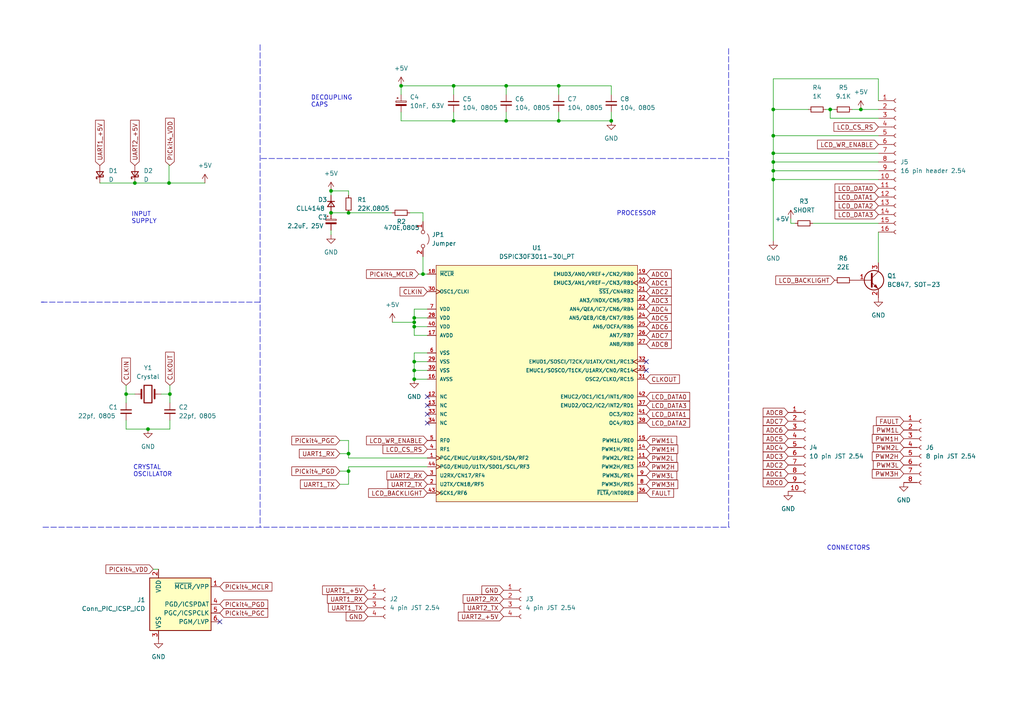
<source format=kicad_sch>
(kicad_sch (version 20211123) (generator eeschema)
  (paper "A4")
  (title_block (title "pcb-dev-dsPIC30F3011") (date "2022-06-13") (rev "1.0") (comment 1 "Author: Shishir Dey"))
  (lib_symbols
    (symbol "Connector:Conn_01x04_Female" (pin_names (offset 1.016) hide)
      (property "Reference" "J" (at 0 5.08 0))
      (property "Value" "Conn_01x04_Female" (at 0 -7.62 0))
      (symbol "Conn_01x04_Female_1_1"
        (arc (start 0 -4.572) (mid -0.508 -5.08) (end 0 -5.588) (stroke (width 0.1524)))
        (arc (start 0 -2.032) (mid -0.508 -2.54) (end 0 -3.048) (stroke (width 0.1524)))
        (polyline (pts (xy -1.27 -5.08) (xy -0.508 -5.08)) (stroke (width 0.1524)))
        (polyline (pts (xy -1.27 -2.54) (xy -0.508 -2.54)) (stroke (width 0.1524)))
        (polyline (pts (xy -1.27 0) (xy -0.508 0)) (stroke (width 0.1524)))
        (polyline (pts (xy -1.27 2.54) (xy -0.508 2.54)) (stroke (width 0.1524)))
        (arc (start 0 0.508) (mid -0.508 0) (end 0 -0.508) (stroke (width 0.1524)))
        (arc (start 0 3.048) (mid -0.508 2.54) (end 0 2.032) (stroke (width 0.1524)))
        (pin passive line (at -5.08 2.54 0) (length 3.81) (name "Pin_1") (number "1"))
        (pin passive line (at -5.08 0 0) (length 3.81) (name "Pin_2") (number "2"))
        (pin passive line (at -5.08 -2.54 0) (length 3.81) (name "Pin_3") (number "3"))
        (pin passive line (at -5.08 -5.08 0) (length 3.81) (name "Pin_4") (number "4"))
      )
    )
    (symbol "Connector:Conn_01x08_Female" (pin_names (offset 1.016) hide)
      (property "Reference" "J" (at 0 10.16 0))
      (property "Value" "Conn_01x08_Female" (at 0 -12.7 0))
      (symbol "Conn_01x08_Female_1_1"
        (arc (start 0 -9.652) (mid -0.508 -10.16) (end 0 -10.668) (stroke (width 0.1524)))
        (arc (start 0 -7.112) (mid -0.508 -7.62) (end 0 -8.128) (stroke (width 0.1524)))
        (arc (start 0 -4.572) (mid -0.508 -5.08) (end 0 -5.588) (stroke (width 0.1524)))
        (arc (start 0 -2.032) (mid -0.508 -2.54) (end 0 -3.048) (stroke (width 0.1524)))
        (polyline (pts (xy -1.27 -10.16) (xy -0.508 -10.16)) (stroke (width 0.1524)))
        (polyline (pts (xy -1.27 -7.62) (xy -0.508 -7.62)) (stroke (width 0.1524)))
        (polyline (pts (xy -1.27 -5.08) (xy -0.508 -5.08)) (stroke (width 0.1524)))
        (polyline (pts (xy -1.27 -2.54) (xy -0.508 -2.54)) (stroke (width 0.1524)))
        (polyline (pts (xy -1.27 0) (xy -0.508 0)) (stroke (width 0.1524)))
        (polyline (pts (xy -1.27 2.54) (xy -0.508 2.54)) (stroke (width 0.1524)))
        (polyline (pts (xy -1.27 5.08) (xy -0.508 5.08)) (stroke (width 0.1524)))
        (polyline (pts (xy -1.27 7.62) (xy -0.508 7.62)) (stroke (width 0.1524)))
        (arc (start 0 0.508) (mid -0.508 0) (end 0 -0.508) (stroke (width 0.1524)))
        (arc (start 0 3.048) (mid -0.508 2.54) (end 0 2.032) (stroke (width 0.1524)))
        (arc (start 0 5.588) (mid -0.508 5.08) (end 0 4.572) (stroke (width 0.1524)))
        (arc (start 0 8.128) (mid -0.508 7.62) (end 0 7.112) (stroke (width 0.1524)))
        (pin passive line (at -5.08 7.62 0) (length 3.81) (name "Pin_1") (number "1"))
        (pin passive line (at -5.08 5.08 0) (length 3.81) (name "Pin_2") (number "2"))
        (pin passive line (at -5.08 2.54 0) (length 3.81) (name "Pin_3") (number "3"))
        (pin passive line (at -5.08 0 0) (length 3.81) (name "Pin_4") (number "4"))
        (pin passive line (at -5.08 -2.54 0) (length 3.81) (name "Pin_5") (number "5"))
        (pin passive line (at -5.08 -5.08 0) (length 3.81) (name "Pin_6") (number "6"))
        (pin passive line (at -5.08 -7.62 0) (length 3.81) (name "Pin_7") (number "7"))
        (pin passive line (at -5.08 -10.16 0) (length 3.81) (name "Pin_8") (number "8"))
      )
    )
    (symbol "Connector:Conn_01x10_Female" (pin_names (offset 1.016) hide)
      (property "Reference" "J" (at 0 12.7 0))
      (property "Value" "Conn_01x10_Female" (at 0 -15.24 0))
      (symbol "Conn_01x10_Female_1_1"
        (arc (start 0 -12.192) (mid -0.508 -12.7) (end 0 -13.208) (stroke (width 0.1524)))
        (arc (start 0 -9.652) (mid -0.508 -10.16) (end 0 -10.668) (stroke (width 0.1524)))
        (arc (start 0 -7.112) (mid -0.508 -7.62) (end 0 -8.128) (stroke (width 0.1524)))
        (arc (start 0 -4.572) (mid -0.508 -5.08) (end 0 -5.588) (stroke (width 0.1524)))
        (arc (start 0 -2.032) (mid -0.508 -2.54) (end 0 -3.048) (stroke (width 0.1524)))
        (polyline (pts (xy -1.27 -12.7) (xy -0.508 -12.7)) (stroke (width 0.1524)))
        (polyline (pts (xy -1.27 -10.16) (xy -0.508 -10.16)) (stroke (width 0.1524)))
        (polyline (pts (xy -1.27 -7.62) (xy -0.508 -7.62)) (stroke (width 0.1524)))
        (polyline (pts (xy -1.27 -5.08) (xy -0.508 -5.08)) (stroke (width 0.1524)))
        (polyline (pts (xy -1.27 -2.54) (xy -0.508 -2.54)) (stroke (width 0.1524)))
        (polyline (pts (xy -1.27 0) (xy -0.508 0)) (stroke (width 0.1524)))
        (polyline (pts (xy -1.27 2.54) (xy -0.508 2.54)) (stroke (width 0.1524)))
        (polyline (pts (xy -1.27 5.08) (xy -0.508 5.08)) (stroke (width 0.1524)))
        (polyline (pts (xy -1.27 7.62) (xy -0.508 7.62)) (stroke (width 0.1524)))
        (polyline (pts (xy -1.27 10.16) (xy -0.508 10.16)) (stroke (width 0.1524)))
        (arc (start 0 0.508) (mid -0.508 0) (end 0 -0.508) (stroke (width 0.1524)))
        (arc (start 0 3.048) (mid -0.508 2.54) (end 0 2.032) (stroke (width 0.1524)))
        (arc (start 0 5.588) (mid -0.508 5.08) (end 0 4.572) (stroke (width 0.1524)))
        (arc (start 0 8.128) (mid -0.508 7.62) (end 0 7.112) (stroke (width 0.1524)))
        (arc (start 0 10.668) (mid -0.508 10.16) (end 0 9.652) (stroke (width 0.1524)))
        (pin passive line (at -5.08 10.16 0) (length 3.81) (name "Pin_1") (number "1"))
        (pin passive line (at -5.08 -12.7 0) (length 3.81) (name "Pin_10") (number "10"))
        (pin passive line (at -5.08 7.62 0) (length 3.81) (name "Pin_2") (number "2"))
        (pin passive line (at -5.08 5.08 0) (length 3.81) (name "Pin_3") (number "3"))
        (pin passive line (at -5.08 2.54 0) (length 3.81) (name "Pin_4") (number "4"))
        (pin passive line (at -5.08 0 0) (length 3.81) (name "Pin_5") (number "5"))
        (pin passive line (at -5.08 -2.54 0) (length 3.81) (name "Pin_6") (number "6"))
        (pin passive line (at -5.08 -5.08 0) (length 3.81) (name "Pin_7") (number "7"))
        (pin passive line (at -5.08 -7.62 0) (length 3.81) (name "Pin_8") (number "8"))
        (pin passive line (at -5.08 -10.16 0) (length 3.81) (name "Pin_9") (number "9"))
      )
    )
    (symbol "Connector:Conn_01x16_Female" (pin_names (offset 1.016) hide)
      (property "Reference" "J" (at 0 20.32 0))
      (property "Value" "Conn_01x16_Female" (at 0 -22.86 0))
      (symbol "Conn_01x16_Female_1_1"
        (arc (start 0 -19.812) (mid -0.508 -20.32) (end 0 -20.828) (stroke (width 0.1524)))
        (arc (start 0 -17.272) (mid -0.508 -17.78) (end 0 -18.288) (stroke (width 0.1524)))
        (arc (start 0 -14.732) (mid -0.508 -15.24) (end 0 -15.748) (stroke (width 0.1524)))
        (arc (start 0 -12.192) (mid -0.508 -12.7) (end 0 -13.208) (stroke (width 0.1524)))
        (arc (start 0 -9.652) (mid -0.508 -10.16) (end 0 -10.668) (stroke (width 0.1524)))
        (arc (start 0 -7.112) (mid -0.508 -7.62) (end 0 -8.128) (stroke (width 0.1524)))
        (arc (start 0 -4.572) (mid -0.508 -5.08) (end 0 -5.588) (stroke (width 0.1524)))
        (arc (start 0 -2.032) (mid -0.508 -2.54) (end 0 -3.048) (stroke (width 0.1524)))
        (polyline (pts (xy -1.27 -20.32) (xy -0.508 -20.32)) (stroke (width 0.1524)))
        (polyline (pts (xy -1.27 -17.78) (xy -0.508 -17.78)) (stroke (width 0.1524)))
        (polyline (pts (xy -1.27 -15.24) (xy -0.508 -15.24)) (stroke (width 0.1524)))
        (polyline (pts (xy -1.27 -12.7) (xy -0.508 -12.7)) (stroke (width 0.1524)))
        (polyline (pts (xy -1.27 -10.16) (xy -0.508 -10.16)) (stroke (width 0.1524)))
        (polyline (pts (xy -1.27 -7.62) (xy -0.508 -7.62)) (stroke (width 0.1524)))
        (polyline (pts (xy -1.27 -5.08) (xy -0.508 -5.08)) (stroke (width 0.1524)))
        (polyline (pts (xy -1.27 -2.54) (xy -0.508 -2.54)) (stroke (width 0.1524)))
        (polyline (pts (xy -1.27 0) (xy -0.508 0)) (stroke (width 0.1524)))
        (polyline (pts (xy -1.27 2.54) (xy -0.508 2.54)) (stroke (width 0.1524)))
        (polyline (pts (xy -1.27 5.08) (xy -0.508 5.08)) (stroke (width 0.1524)))
        (polyline (pts (xy -1.27 7.62) (xy -0.508 7.62)) (stroke (width 0.1524)))
        (polyline (pts (xy -1.27 10.16) (xy -0.508 10.16)) (stroke (width 0.1524)))
        (polyline (pts (xy -1.27 12.7) (xy -0.508 12.7)) (stroke (width 0.1524)))
        (polyline (pts (xy -1.27 15.24) (xy -0.508 15.24)) (stroke (width 0.1524)))
        (polyline (pts (xy -1.27 17.78) (xy -0.508 17.78)) (stroke (width 0.1524)))
        (arc (start 0 0.508) (mid -0.508 0) (end 0 -0.508) (stroke (width 0.1524)))
        (arc (start 0 3.048) (mid -0.508 2.54) (end 0 2.032) (stroke (width 0.1524)))
        (arc (start 0 5.588) (mid -0.508 5.08) (end 0 4.572) (stroke (width 0.1524)))
        (arc (start 0 8.128) (mid -0.508 7.62) (end 0 7.112) (stroke (width 0.1524)))
        (arc (start 0 10.668) (mid -0.508 10.16) (end 0 9.652) (stroke (width 0.1524)))
        (arc (start 0 13.208) (mid -0.508 12.7) (end 0 12.192) (stroke (width 0.1524)))
        (arc (start 0 15.748) (mid -0.508 15.24) (end 0 14.732) (stroke (width 0.1524)))
        (arc (start 0 18.288) (mid -0.508 17.78) (end 0 17.272) (stroke (width 0.1524)))
        (pin passive line (at -5.08 17.78 0) (length 3.81) (name "Pin_1") (number "1"))
        (pin passive line (at -5.08 -5.08 0) (length 3.81) (name "Pin_10") (number "10"))
        (pin passive line (at -5.08 -7.62 0) (length 3.81) (name "Pin_11") (number "11"))
        (pin passive line (at -5.08 -10.16 0) (length 3.81) (name "Pin_12") (number "12"))
        (pin passive line (at -5.08 -12.7 0) (length 3.81) (name "Pin_13") (number "13"))
        (pin passive line (at -5.08 -15.24 0) (length 3.81) (name "Pin_14") (number "14"))
        (pin passive line (at -5.08 -17.78 0) (length 3.81) (name "Pin_15") (number "15"))
        (pin passive line (at -5.08 -20.32 0) (length 3.81) (name "Pin_16") (number "16"))
        (pin passive line (at -5.08 15.24 0) (length 3.81) (name "Pin_2") (number "2"))
        (pin passive line (at -5.08 12.7 0) (length 3.81) (name "Pin_3") (number "3"))
        (pin passive line (at -5.08 10.16 0) (length 3.81) (name "Pin_4") (number "4"))
        (pin passive line (at -5.08 7.62 0) (length 3.81) (name "Pin_5") (number "5"))
        (pin passive line (at -5.08 5.08 0) (length 3.81) (name "Pin_6") (number "6"))
        (pin passive line (at -5.08 2.54 0) (length 3.81) (name "Pin_7") (number "7"))
        (pin passive line (at -5.08 0 0) (length 3.81) (name "Pin_8") (number "8"))
        (pin passive line (at -5.08 -2.54 0) (length 3.81) (name "Pin_9") (number "9"))
      )
    )
    (symbol "Connector:Conn_PIC_ICSP_ICD"
      (property "Reference" "J" (at 6.35 8.89 0))
      (property "Value" "Conn_PIC_ICSP_ICD" (at -8.89 -1.27 90))
      (symbol "Conn_PIC_ICSP_ICD_0_1"
        (rectangle (start -7.62 7.62) (end 10.16 -7.62) (stroke (width 0.254)) (fill (type background)))
      )
      (symbol "Conn_PIC_ICSP_ICD_1_1"
        (pin passive line (at 12.7 5.08 180) (length 2.54) (name "~{MCLR}/VPP") (number "1"))
        (pin passive line (at -5.08 10.16 270) (length 2.54) (name "VDD") (number "2"))
        (pin power_in line (at -5.08 -10.16 90) (length 2.54) (name "VSS") (number "3"))
        (pin bidirectional line (at 12.7 0 180) (length 2.54) (name "PGD/ICSPDAT") (number "4"))
        (pin output line (at 12.7 -2.54 180) (length 2.54) (name "PGC/ICSPCLK") (number "5"))
        (pin output line (at 12.7 -5.08 180) (length 2.54) (name "PGM/LVP") (number "6"))
      )
    )
    (symbol "Device:C_Polarized_Small" (pin_numbers hide) (pin_names (offset 0.254) hide)
      (property "Reference" "C" (at 0.254 1.778 0))
      (property "Value" "C_Polarized_Small" (at 0.254 -2.032 0))
      (symbol "C_Polarized_Small_0_1"
        (rectangle (start -1.524 -0.3048) (end 1.524 -0.6858) (fill (type outline)))
        (rectangle (start -1.524 0.6858) (end 1.524 0.3048))
        (polyline (pts (xy -1.27 1.524) (xy -0.762 1.524)))
        (polyline (pts (xy -1.016 1.27) (xy -1.016 1.778)))
      )
      (symbol "C_Polarized_Small_1_1"
        (pin passive line (at 0 2.54 270) (length 1.8542) (name "~") (number "1"))
        (pin passive line (at 0 -2.54 90) (length 1.8542) (name "~") (number "2"))
      )
    )
    (symbol "Device:C_Small" (pin_numbers hide) (pin_names (offset 0.254) hide)
      (property "Reference" "C" (at 0.254 1.778 0))
      (property "Value" "C_Small" (at 0.254 -2.032 0))
      (symbol "C_Small_0_1"
        (polyline (pts (xy -1.524 -0.508) (xy 1.524 -0.508)) (stroke (width 0.3302)))
        (polyline (pts (xy -1.524 0.508) (xy 1.524 0.508)) (stroke (width 0.3048)))
      )
      (symbol "C_Small_1_1"
        (pin passive line (at 0 2.54 270) (length 2.032) (name "~") (number "1"))
        (pin passive line (at 0 -2.54 90) (length 2.032) (name "~") (number "2"))
      )
    )
    (symbol "Device:Crystal" (pin_numbers hide) (pin_names (offset 1.016) hide)
      (property "Reference" "Y" (at 0 3.81 0))
      (property "Value" "Crystal" (at 0 -3.81 0))
      (symbol "Crystal_0_1"
        (rectangle (start -1.143 2.54) (end 1.143 -2.54) (stroke (width 0.3048)))
        (polyline (pts (xy -2.54 0) (xy -1.905 0)))
        (polyline (pts (xy -1.905 -1.27) (xy -1.905 1.27)) (stroke (width 0.508)))
        (polyline (pts (xy 1.905 -1.27) (xy 1.905 1.27)) (stroke (width 0.508)))
        (polyline (pts (xy 2.54 0) (xy 1.905 0)))
      )
      (symbol "Crystal_1_1"
        (pin passive line (at -3.81 0 0) (length 1.27) (name "1") (number "1"))
        (pin passive line (at 3.81 0 180) (length 1.27) (name "2") (number "2"))
      )
    )
    (symbol "Device:D_Schottky_Small" (pin_numbers hide) (pin_names (offset 0.254) hide)
      (property "Reference" "D" (at -1.27 2.032 0))
      (property "Value" "D_Schottky_Small" (at -7.112 -2.032 0))
      (symbol "D_Schottky_Small_0_1"
        (polyline (pts (xy -0.762 0) (xy 0.762 0)))
        (polyline (pts (xy 0.762 -1.016) (xy -0.762 0) (xy 0.762 1.016) (xy 0.762 -1.016)) (stroke (width 0.254)))
        (polyline (pts (xy -1.27 0.762) (xy -1.27 1.016) (xy -0.762 1.016) (xy -0.762 -1.016) (xy -0.254 -1.016) (xy -0.254 -0.762)) (stroke (width 0.254)))
      )
      (symbol "D_Schottky_Small_1_1"
        (pin passive line (at -2.54 0 0) (length 1.778) (name "K") (number "1"))
        (pin passive line (at 2.54 0 180) (length 1.778) (name "A") (number "2"))
      )
    )
    (symbol "Device:D_Small" (pin_numbers hide) (pin_names (offset 0.254) hide)
      (property "Reference" "D" (at -1.27 2.032 0))
      (property "Value" "D_Small" (at -3.81 -2.032 0))
      (symbol "D_Small_0_1"
        (polyline (pts (xy -0.762 -1.016) (xy -0.762 1.016)) (stroke (width 0.254)))
        (polyline (pts (xy -0.762 0) (xy 0.762 0)))
        (polyline (pts (xy 0.762 -1.016) (xy -0.762 0) (xy 0.762 1.016) (xy 0.762 -1.016)) (stroke (width 0.254)))
      )
      (symbol "D_Small_1_1"
        (pin passive line (at -2.54 0 0) (length 1.778) (name "K") (number "1"))
        (pin passive line (at 2.54 0 180) (length 1.778) (name "A") (number "2"))
      )
    )
    (symbol "Device:R_Small" (pin_numbers hide) (pin_names (offset 0.254) hide)
      (property "Reference" "R" (at 0.762 0.508 0))
      (property "Value" "R_Small" (at 0.762 -1.016 0))
      (symbol "R_Small_0_1"
        (rectangle (start -0.762 1.778) (end 0.762 -1.778) (stroke (width 0.2032)))
      )
      (symbol "R_Small_1_1"
        (pin passive line (at 0 2.54 270) (length 0.762) (name "~") (number "1"))
        (pin passive line (at 0 -2.54 90) (length 0.762) (name "~") (number "2"))
      )
    )
    (symbol "Jumper:Jumper_2_Open" (pin_names (offset 0) hide)
      (property "Reference" "JP" (at 0 2.794 0))
      (property "Value" "Jumper_2_Open" (at 0 -2.286 0))
      (symbol "Jumper_2_Open_0_0"
        (circle (center -2.032 0) (radius 0.508))
        (circle (center 2.032 0) (radius 0.508))
      )
      (symbol "Jumper_2_Open_0_1"
        (arc (start 1.524 1.27) (mid 0 1.778) (end -1.524 1.27))
      )
      (symbol "Jumper_2_Open_1_1"
        (pin passive line (at -5.08 0 0) (length 2.54) (name "A") (number "1"))
        (pin passive line (at 5.08 0 180) (length 2.54) (name "B") (number "2"))
      )
    )
    (symbol "Transistor_BJT:BC847" (pin_names (offset 0) hide)
      (property "Reference" "Q" (at 5.08 1.905 0))
      (property "Value" "BC847" (at 5.08 0 0))
      (symbol "BC847_0_1"
        (polyline (pts (xy 0.635 0.635) (xy 2.54 2.54)))
        (polyline (pts (xy 0.635 -0.635) (xy 2.54 -2.54) (xy 2.54 -2.54)))
        (polyline (pts (xy 0.635 1.905) (xy 0.635 -1.905) (xy 0.635 -1.905)) (stroke (width 0.508)))
        (polyline (pts (xy 1.27 -1.778) (xy 1.778 -1.27) (xy 2.286 -2.286) (xy 1.27 -1.778) (xy 1.27 -1.778)) (fill (type outline)))
        (circle (center 1.27 0) (radius 2.8194) (stroke (width 0.254)))
      )
      (symbol "BC847_1_1"
        (pin input line (at -5.08 0 0) (length 5.715) (name "B") (number "1"))
        (pin passive line (at 2.54 -5.08 90) (length 2.54) (name "E") (number "2"))
        (pin passive line (at 2.54 5.08 270) (length 2.54) (name "C") (number "3"))
      )
    )
    (symbol "dsPIC30F3011:DSPIC30F3011-30I_PT" (pin_names (offset 1.016))
      (property "Reference" "U" (at 0 5.08 0))
      (property "Value" "DSPIC30F3011-30I_PT" (at 0 7.62 0))
      (symbol "DSPIC30F3011-30I_PT_1_1"
        (rectangle (start 5.08 2.54) (end 63.5 -66.04) (fill (type background)))
        (pin bidirectional clock (at 2.54 -53.34 0) (length 2.54) (name "PGC/EMUC/U1RX/SDI1/SDA/RF2") (number "1"))
        (pin bidirectional line (at 66.04 -55.88 180) (length 2.54) (name "PWM2H/RE3") (number "10"))
        (pin bidirectional line (at 66.04 -53.34 180) (length 2.54) (name "PWM2L/RE2") (number "11"))
        (pin passive line (at 2.54 -35.56 0) (length 2.54) (name "NC") (number "12"))
        (pin passive line (at 2.54 -38.1 0) (length 2.54) (name "NC") (number "13"))
        (pin bidirectional line (at 66.04 -50.8 180) (length 2.54) (name "PWM1H/RE1") (number "14"))
        (pin bidirectional line (at 66.04 -48.26 180) (length 2.54) (name "PWM1L/RE0") (number "15"))
        (pin power_in line (at 2.54 -30.48 0) (length 2.54) (name "AVSS") (number "16"))
        (pin power_in line (at 2.54 -17.78 0) (length 2.54) (name "AVDD") (number "17"))
        (pin input line (at 2.54 0 0) (length 2.54) (name "~{MCLR}") (number "18"))
        (pin bidirectional line (at 66.04 0 180) (length 2.54) (name "EMUD3/AN0/VREF+/CN2/RB0") (number "19"))
        (pin bidirectional line (at 2.54 -60.96 0) (length 2.54) (name "U2TX/CN18/RF5") (number "2"))
        (pin bidirectional clock (at 66.04 -2.54 180) (length 2.54) (name "EMUC3/AN1/VREF-/CN3/RB1") (number "20"))
        (pin bidirectional line (at 66.04 -5.08 180) (length 2.54) (name "~{SS1}/CN4RB2") (number "21"))
        (pin bidirectional line (at 66.04 -7.62 180) (length 2.54) (name "AN3/INDX/CN5/RB3") (number "22"))
        (pin bidirectional line (at 66.04 -10.16 180) (length 2.54) (name "AN4/QEA/IC7/CN6/RB4") (number "23"))
        (pin bidirectional line (at 66.04 -12.7 180) (length 2.54) (name "AN5/QEB/IC8/CN7/RB5") (number "24"))
        (pin bidirectional line (at 66.04 -15.24 180) (length 2.54) (name "AN6/OCFA/RB6") (number "25"))
        (pin bidirectional line (at 66.04 -17.78 180) (length 2.54) (name "AN7/RB7") (number "26"))
        (pin bidirectional line (at 66.04 -20.32 180) (length 2.54) (name "AN8/RB8") (number "27"))
        (pin power_in line (at 2.54 -12.7 0) (length 2.54) (name "VDD") (number "28"))
        (pin power_in line (at 2.54 -25.4 0) (length 2.54) (name "VSS") (number "29"))
        (pin bidirectional line (at 2.54 -58.42 0) (length 2.54) (name "U2RX/CN17/RF4") (number "3"))
        (pin input clock (at 2.54 -5.08 0) (length 2.54) (name "OSC1/CLKI") (number "30"))
        (pin bidirectional line (at 66.04 -30.48 180) (length 2.54) (name "OSC2/CLKO/RC15") (number "31"))
        (pin bidirectional clock (at 66.04 -25.4 180) (length 2.54) (name "EMUD1/SOSCI/T2CK/U1ATX/CN1/RC13") (number "32"))
        (pin passive line (at 2.54 -40.64 0) (length 2.54) (name "NC") (number "33"))
        (pin passive line (at 2.54 -43.18 0) (length 2.54) (name "NC") (number "34"))
        (pin bidirectional clock (at 66.04 -27.94 180) (length 2.54) (name "EMUC1/SOSCO/T1CK/U1ARX/CN0/RC14") (number "35"))
        (pin bidirectional line (at 66.04 -63.5 180) (length 2.54) (name "~{FLTA}/INT0RE8") (number "36"))
        (pin bidirectional line (at 66.04 -38.1 180) (length 2.54) (name "EMUD2/OC2/IC2/INT2/RD1") (number "37"))
        (pin bidirectional line (at 66.04 -43.18 180) (length 2.54) (name "OC4/RD3") (number "38"))
        (pin power_in line (at 2.54 -27.94 0) (length 2.54) (name "VSS") (number "39"))
        (pin bidirectional line (at 2.54 -50.8 0) (length 2.54) (name "RF1") (number "4"))
        (pin power_in line (at 2.54 -15.24 0) (length 2.54) (name "VDD") (number "40"))
        (pin bidirectional line (at 66.04 -40.64 180) (length 2.54) (name "OC3/RD2") (number "41"))
        (pin bidirectional line (at 66.04 -35.56 180) (length 2.54) (name "EMUC2/OC1/IC1/INT1/RD0") (number "42"))
        (pin bidirectional clock (at 2.54 -63.5 0) (length 2.54) (name "SCK1/RF6") (number "43"))
        (pin bidirectional clock (at 2.54 -55.88 0) (length 2.54) (name "PGD/EMUD/U1TX/SDO1/SCL/RF3") (number "44"))
        (pin bidirectional line (at 2.54 -48.26 0) (length 2.54) (name "RF0") (number "5"))
        (pin power_in line (at 2.54 -22.86 0) (length 2.54) (name "VSS") (number "6"))
        (pin power_in line (at 2.54 -10.16 0) (length 2.54) (name "VDD") (number "7"))
        (pin bidirectional line (at 66.04 -60.96 180) (length 2.54) (name "PWM3H/RE5") (number "8"))
        (pin bidirectional line (at 66.04 -58.42 180) (length 2.54) (name "PWM3L/RE4") (number "9"))
      )
    )
    (symbol "power:+5V" (power) (pin_names (offset 0))
      (property "Value" "+5V" (at 0 3.556 0))
      (symbol "+5V_0_1"
        (polyline (pts (xy -0.762 1.27) (xy 0 2.54)))
        (polyline (pts (xy 0 0) (xy 0 2.54)))
        (polyline (pts (xy 0 2.54) (xy 0.762 1.27)))
      )
      (symbol "+5V_1_1"
        (pin power_in line (at 0 0 90) (length 0) hide (name "+5V") (number "1"))
      )
    )
    (symbol "power:GND" (power) (pin_names (offset 0))
      (property "Value" "GND" (at 0 -3.81 0))
      (symbol "GND_0_1"
        (polyline (pts (xy 0 0) (xy 0 -1.27) (xy 1.27 -1.27) (xy 0 -2.54) (xy -1.27 -1.27) (xy 0 -1.27)))
      )
      (symbol "GND_1_1"
        (pin power_in line (at 0 0 270) (length 0) hide (name "GND") (number "1"))
      )
    )
  )
  (junction (at 36.576 114.3))
  (junction (at 120.142 104.902))
  (junction (at 101.092 131.572))
  (junction (at 131.572 24.892))
  (junction (at 162.052 35.052))
  (junction (at 224.282 39.37))
  (junction (at 224.282 46.99))
  (junction (at 224.282 44.45))
  (junction (at 131.572 35.052))
  (junction (at 146.812 35.052))
  (junction (at 120.142 94.742))
  (junction (at 42.926 124.46))
  (junction (at 224.282 31.75))
  (junction (at 249.682 31.75))
  (junction (at 49.276 114.3))
  (junction (at 49.022 53.086))
  (junction (at 224.282 52.07))
  (junction (at 120.142 92.202))
  (junction (at 146.812 24.892))
  (junction (at 116.332 24.892))
  (junction (at 96.012 55.372))
  (junction (at 122.682 79.502))
  (junction (at 120.142 107.442))
  (junction (at 224.282 49.53))
  (junction (at 177.292 35.052))
  (junction (at 101.092 61.722))
  (junction (at 101.092 136.652))
  (junction (at 240.792 31.75))
  (junction (at 120.142 93.472))
  (junction (at 162.052 24.892))
  (junction (at 39.116 53.086))
  (junction (at 120.142 109.982))
  (junction (at 96.012 61.722))
  (no_connect (at 63.754 180.34))
  (no_connect (at 187.452 104.902))
  (no_connect (at 187.452 107.442))
  (no_connect (at 123.952 115.062))
  (no_connect (at 123.952 117.602))
  (no_connect (at 123.952 120.142))
  (no_connect (at 123.952 122.682))
  (wire (pts (xy 122.682 61.722) (xy 118.872 61.722)))
  (wire (pts (xy 123.952 109.982) (xy 120.142 109.982)))
  (wire (pts (xy 101.092 131.572) (xy 101.092 127.762)))
  (wire (pts (xy 120.142 89.662) (xy 120.142 92.202)))
  (wire (pts (xy 224.282 31.75) (xy 224.282 39.37)))
  (wire (pts (xy 131.572 24.892) (xy 146.812 24.892)))
  (wire (pts (xy 229.362 64.77) (xy 230.632 64.77)))
  (polyline (pts (xy 11.938 87.63) (xy 12.7 87.63)))
  (wire (pts (xy 120.142 107.442) (xy 120.142 104.902)))
  (wire (pts (xy 123.952 92.202) (xy 120.142 92.202)))
  (wire (pts (xy 123.952 104.902) (xy 120.142 104.902)))
  (wire (pts (xy 98.552 136.652) (xy 101.092 136.652)))
  (wire (pts (xy 101.092 140.462) (xy 98.552 140.462)))
  (wire (pts (xy 36.576 111.76) (xy 36.576 114.3)))
  (wire (pts (xy 162.052 32.512) (xy 162.052 35.052)))
  (wire (pts (xy 224.282 44.45) (xy 224.282 46.99)))
  (wire (pts (xy 254.762 39.37) (xy 224.282 39.37)))
  (wire (pts (xy 101.092 135.382) (xy 101.092 136.652)))
  (wire (pts (xy 131.572 32.512) (xy 131.572 35.052)))
  (wire (pts (xy 98.552 131.572) (xy 101.092 131.572)))
  (polyline (pts (xy 211.328 152.908) (xy 211.328 13.97)))
  (wire (pts (xy 146.812 32.512) (xy 146.812 35.052)))
  (wire (pts (xy 146.812 27.432) (xy 146.812 24.892)))
  (wire (pts (xy 101.092 136.652) (xy 101.092 140.462)))
  (wire (pts (xy 224.282 22.86) (xy 224.282 31.75)))
  (polyline (pts (xy 75.692 45.974) (xy 211.328 45.974)))
  (wire (pts (xy 49.276 124.46) (xy 42.926 124.46)))
  (wire (pts (xy 49.276 111.76) (xy 49.276 114.3)))
  (wire (pts (xy 116.332 35.052) (xy 116.332 32.512)))
  (wire (pts (xy 239.522 31.75) (xy 240.792 31.75)))
  (wire (pts (xy 116.332 27.432) (xy 116.332 24.892)))
  (wire (pts (xy 96.012 55.372) (xy 96.012 56.642)))
  (wire (pts (xy 240.792 31.75) (xy 240.792 34.29)))
  (wire (pts (xy 120.142 107.442) (xy 123.952 107.442)))
  (wire (pts (xy 123.952 94.742) (xy 120.142 94.742)))
  (wire (pts (xy 101.092 61.722) (xy 113.792 61.722)))
  (wire (pts (xy 101.092 127.762) (xy 98.552 127.762)))
  (wire (pts (xy 146.812 35.052) (xy 131.572 35.052)))
  (wire (pts (xy 36.576 114.3) (xy 36.576 116.84)))
  (wire (pts (xy 131.572 27.432) (xy 131.572 24.892)))
  (wire (pts (xy 123.952 135.382) (xy 101.092 135.382)))
  (wire (pts (xy 36.576 114.3) (xy 39.116 114.3)))
  (wire (pts (xy 224.282 39.37) (xy 224.282 44.45)))
  (wire (pts (xy 42.926 124.46) (xy 36.576 124.46)))
  (polyline (pts (xy 75.438 87.63) (xy 11.938 87.63)))
  (wire (pts (xy 116.332 24.892) (xy 131.572 24.892)))
  (wire (pts (xy 177.292 32.512) (xy 177.292 35.052)))
  (wire (pts (xy 235.712 64.77) (xy 254.762 64.77)))
  (wire (pts (xy 162.052 27.432) (xy 162.052 24.892)))
  (wire (pts (xy 120.142 104.902) (xy 120.142 102.362)))
  (wire (pts (xy 224.282 52.07) (xy 224.282 69.85)))
  (wire (pts (xy 177.292 24.892) (xy 177.292 27.432)))
  (polyline (pts (xy 75.438 12.954) (xy 75.438 152.908)))
  (wire (pts (xy 254.762 22.86) (xy 224.282 22.86)))
  (wire (pts (xy 49.022 47.752) (xy 49.022 53.086)))
  (wire (pts (xy 122.682 74.422) (xy 122.682 79.502)))
  (wire (pts (xy 49.022 53.086) (xy 59.436 53.086)))
  (wire (pts (xy 254.762 67.31) (xy 254.762 76.2)))
  (wire (pts (xy 120.142 94.742) (xy 120.142 97.282)))
  (wire (pts (xy 39.116 53.086) (xy 49.022 53.086)))
  (wire (pts (xy 120.142 102.362) (xy 123.952 102.362)))
  (wire (pts (xy 120.142 89.662) (xy 123.952 89.662)))
  (wire (pts (xy 101.092 56.642) (xy 101.092 55.372)))
  (wire (pts (xy 224.282 31.75) (xy 234.442 31.75)))
  (polyline (pts (xy 12.446 152.908) (xy 211.582 152.908)))
  (wire (pts (xy 36.576 124.46) (xy 36.576 121.92)))
  (wire (pts (xy 101.092 132.842) (xy 101.092 131.572)))
  (wire (pts (xy 131.572 35.052) (xy 116.332 35.052)))
  (wire (pts (xy 162.052 24.892) (xy 177.292 24.892)))
  (wire (pts (xy 254.762 52.07) (xy 224.282 52.07)))
  (wire (pts (xy 240.792 34.29) (xy 254.762 34.29)))
  (wire (pts (xy 254.762 44.45) (xy 224.282 44.45)))
  (wire (pts (xy 240.792 31.75) (xy 242.062 31.75)))
  (wire (pts (xy 28.956 53.086) (xy 39.116 53.086)))
  (wire (pts (xy 113.792 93.472) (xy 120.142 93.472)))
  (wire (pts (xy 49.276 121.92) (xy 49.276 124.46)))
  (wire (pts (xy 162.052 35.052) (xy 146.812 35.052)))
  (wire (pts (xy 122.682 64.262) (xy 122.682 61.722)))
  (wire (pts (xy 123.952 132.842) (xy 101.092 132.842)))
  (wire (pts (xy 49.276 114.3) (xy 49.276 116.84)))
  (wire (pts (xy 249.682 31.75) (xy 254.762 31.75)))
  (wire (pts (xy 224.282 46.99) (xy 224.282 49.53)))
  (wire (pts (xy 46.736 114.3) (xy 49.276 114.3)))
  (wire (pts (xy 254.762 46.99) (xy 224.282 46.99)))
  (wire (pts (xy 120.142 97.282) (xy 123.952 97.282)))
  (wire (pts (xy 146.812 24.892) (xy 162.052 24.892)))
  (wire (pts (xy 120.142 109.982) (xy 120.142 107.442)))
  (wire (pts (xy 96.012 61.722) (xy 101.092 61.722)))
  (wire (pts (xy 224.282 49.53) (xy 224.282 52.07)))
  (wire (pts (xy 254.762 29.21) (xy 254.762 22.86)))
  (wire (pts (xy 101.092 55.372) (xy 96.012 55.372)))
  (wire (pts (xy 122.682 79.502) (xy 123.952 79.502)))
  (wire (pts (xy 254.762 49.53) (xy 224.282 49.53)))
  (wire (pts (xy 122.682 79.502) (xy 121.412 79.502)))
  (wire (pts (xy 44.45 165.1) (xy 45.974 165.1)))
  (wire (pts (xy 247.142 31.75) (xy 249.682 31.75)))
  (wire (pts (xy 229.362 63.5) (xy 229.362 64.77)))
  (wire (pts (xy 96.012 68.072) (xy 96.012 66.802)))
  (wire (pts (xy 177.292 35.052) (xy 162.052 35.052)))
  (wire (pts (xy 120.142 92.202) (xy 120.142 93.472)))
  (wire (pts (xy 120.142 93.472) (xy 120.142 94.742)))
  (text "PROCESSOR" (at 178.816 62.738 0) (effects (font (size 1.27 1.27)) (justify left bottom)))
  (text "CONNECTORS" (at 239.776 159.766 0) (effects (font (size 1.27 1.27)) (justify left bottom)))
  (text "DECOUPLING\nCAPS" (at 90.17 31.242 0) (effects (font (size 1.27 1.27)) (justify left bottom)))
  (text "CRYSTAL\nOSCILLATOR" (at 38.608 138.43 0) (effects (font (size 1.27 1.27)) (justify left bottom)))
  (text "INPUT\nSUPPLY" (at 38.1 65.024 0) (effects (font (size 1.27 1.27)) (justify left bottom)))
  (global_label "PWM2L" (shape input) (at 187.452 132.842 0) (property "Intersheet References" "${INTERSHEET_REFS}" (effects hide)))
  (global_label "UART1_TX" (shape input) (at 98.552 140.462 180) (property "Intersheet References" "${INTERSHEET_REFS}" (effects hide)))
  (global_label "LCD_DATA3" (shape input) (at 254.762 62.23 180) (property "Intersheet References" "${INTERSHEET_REFS}" (effects hide)))
  (global_label "LCD_WR_ENABLE" (shape input) (at 123.952 127.762 180) (property "Intersheet References" "${INTERSHEET_REFS}" (effects hide)))
  (global_label "ADC1" (shape input) (at 228.6 137.414 180) (property "Intersheet References" "${INTERSHEET_REFS}" (effects hide)))
  (global_label "CLKOUT" (shape input) (at 187.452 109.982 0) (property "Intersheet References" "${INTERSHEET_REFS}" (effects hide)))
  (global_label "ADC0" (shape input) (at 187.452 79.502 0) (property "Intersheet References" "${INTERSHEET_REFS}" (effects hide)))
  (global_label "PWM3L" (shape input) (at 262.128 134.874 180) (property "Intersheet References" "${INTERSHEET_REFS}" (effects hide)))
  (global_label "LCD_DATA0" (shape input) (at 187.452 115.062 0) (property "Intersheet References" "${INTERSHEET_REFS}" (effects hide)))
  (global_label "UART2_+5V" (shape input) (at 146.05 178.816 180) (property "Intersheet References" "${INTERSHEET_REFS}" (effects hide)))
  (global_label "LCD_CS_RS" (shape input) (at 254.762 36.83 180) (property "Intersheet References" "${INTERSHEET_REFS}" (effects hide)))
  (global_label "PWM2H" (shape input) (at 262.128 132.334 180) (property "Intersheet References" "${INTERSHEET_REFS}" (effects hide)))
  (global_label "PWM1L" (shape input) (at 187.452 127.762 0) (property "Intersheet References" "${INTERSHEET_REFS}" (effects hide)))
  (global_label "PWM3H" (shape input) (at 262.128 137.414 180) (property "Intersheet References" "${INTERSHEET_REFS}" (effects hide)))
  (global_label "LCD_DATA2" (shape input) (at 187.452 122.682 0) (property "Intersheet References" "${INTERSHEET_REFS}" (effects hide)))
  (global_label "UART2_RX" (shape input) (at 123.952 137.922 180) (property "Intersheet References" "${INTERSHEET_REFS}" (effects hide)))
  (global_label "ADC7" (shape input) (at 187.452 97.282 0) (property "Intersheet References" "${INTERSHEET_REFS}" (effects hide)))
  (global_label "UART1_RX" (shape input) (at 98.552 131.572 180) (property "Intersheet References" "${INTERSHEET_REFS}" (effects hide)))
  (global_label "LCD_DATA1" (shape input) (at 254.762 57.15 180) (property "Intersheet References" "${INTERSHEET_REFS}" (effects hide)))
  (global_label "ADC4" (shape input) (at 228.6 129.794 180) (property "Intersheet References" "${INTERSHEET_REFS}" (effects hide)))
  (global_label "ADC1" (shape input) (at 187.452 82.042 0) (property "Intersheet References" "${INTERSHEET_REFS}" (effects hide)))
  (global_label "UART1_TX" (shape input) (at 106.68 176.276 180) (property "Intersheet References" "${INTERSHEET_REFS}" (effects hide)))
  (global_label "PWM1H" (shape input) (at 187.452 130.302 0) (property "Intersheet References" "${INTERSHEET_REFS}" (effects hide)))
  (global_label "ADC6" (shape input) (at 187.452 94.742 0) (property "Intersheet References" "${INTERSHEET_REFS}" (effects hide)))
  (global_label "UART2_TX" (shape input) (at 123.952 140.462 180) (property "Intersheet References" "${INTERSHEET_REFS}" (effects hide)))
  (global_label "ADC2" (shape input) (at 187.452 84.582 0) (property "Intersheet References" "${INTERSHEET_REFS}" (effects hide)))
  (global_label "UART2_RX" (shape input) (at 146.05 173.736 180) (property "Intersheet References" "${INTERSHEET_REFS}" (effects hide)))
  (global_label "PICkit4_MCLR" (shape input) (at 121.412 79.502 180) (property "Intersheet References" "${INTERSHEET_REFS}" (effects hide)))
  (global_label "UART2_TX" (shape input) (at 146.05 176.276 180) (property "Intersheet References" "${INTERSHEET_REFS}" (effects hide)))
  (global_label "ADC4" (shape input) (at 187.452 89.662 0) (property "Intersheet References" "${INTERSHEET_REFS}" (effects hide)))
  (global_label "UART1_+5V" (shape input) (at 28.956 48.006 90) (property "Intersheet References" "${INTERSHEET_REFS}" (effects hide)))
  (global_label "PICkit4_VDD" (shape input) (at 44.45 165.1 180) (property "Intersheet References" "${INTERSHEET_REFS}" (effects hide)))
  (global_label "UART1_RX" (shape input) (at 106.68 173.736 180) (property "Intersheet References" "${INTERSHEET_REFS}" (effects hide)))
  (global_label "PICkit4_VDD" (shape input) (at 49.276 48.006 90) (property "Intersheet References" "${INTERSHEET_REFS}" (effects hide)))
  (global_label "ADC6" (shape input) (at 228.6 124.714 180) (property "Intersheet References" "${INTERSHEET_REFS}" (effects hide)))
  (global_label "ADC7" (shape input) (at 228.6 122.174 180) (property "Intersheet References" "${INTERSHEET_REFS}" (effects hide)))
  (global_label "UART1_+5V" (shape input) (at 106.68 171.196 180) (property "Intersheet References" "${INTERSHEET_REFS}" (effects hide)))
  (global_label "ADC5" (shape input) (at 187.452 92.202 0) (property "Intersheet References" "${INTERSHEET_REFS}" (effects hide)))
  (global_label "PWM3H" (shape input) (at 187.452 140.462 0) (property "Intersheet References" "${INTERSHEET_REFS}" (effects hide)))
  (global_label "ADC3" (shape input) (at 187.452 87.122 0) (property "Intersheet References" "${INTERSHEET_REFS}" (effects hide)))
  (global_label "FAULT" (shape input) (at 187.452 143.002 0) (property "Intersheet References" "${INTERSHEET_REFS}" (effects hide)))
  (global_label "ADC0" (shape input) (at 228.6 139.954 180) (property "Intersheet References" "${INTERSHEET_REFS}" (effects hide)))
  (global_label "CLKOUT" (shape input) (at 49.276 111.76 90) (property "Intersheet References" "${INTERSHEET_REFS}" (effects hide)))
  (global_label "ADC8" (shape input) (at 187.452 99.822 0) (property "Intersheet References" "${INTERSHEET_REFS}" (effects hide)))
  (global_label "ADC8" (shape input) (at 228.6 119.634 180) (property "Intersheet References" "${INTERSHEET_REFS}" (effects hide)))
  (global_label "PWM3L" (shape input) (at 187.452 137.922 0) (property "Intersheet References" "${INTERSHEET_REFS}" (effects hide)))
  (global_label "ADC2" (shape input) (at 228.6 134.874 180) (property "Intersheet References" "${INTERSHEET_REFS}" (effects hide)))
  (global_label "PICkit4_MCLR" (shape input) (at 63.754 170.18 0) (property "Intersheet References" "${INTERSHEET_REFS}" (effects hide)))
  (global_label "LCD_DATA1" (shape input) (at 187.452 120.142 0) (property "Intersheet References" "${INTERSHEET_REFS}" (effects hide)))
  (global_label "UART2_+5V" (shape input) (at 39.116 48.006 90) (property "Intersheet References" "${INTERSHEET_REFS}" (effects hide)))
  (global_label "PWM1H" (shape input) (at 262.128 127.254 180) (property "Intersheet References" "${INTERSHEET_REFS}" (effects hide)))
  (global_label "LCD_WR_ENABLE" (shape input) (at 254.762 41.91 180) (property "Intersheet References" "${INTERSHEET_REFS}" (effects hide)))
  (global_label "ADC3" (shape input) (at 228.6 132.334 180) (property "Intersheet References" "${INTERSHEET_REFS}" (effects hide)))
  (global_label "PICkit4_PGC" (shape input) (at 63.754 177.8 0) (property "Intersheet References" "${INTERSHEET_REFS}" (effects hide)))
  (global_label "LCD_DATA3" (shape input) (at 187.452 117.602 0) (property "Intersheet References" "${INTERSHEET_REFS}" (effects hide)))
  (global_label "PWM1L" (shape input) (at 262.128 124.714 180) (property "Intersheet References" "${INTERSHEET_REFS}" (effects hide)))
  (global_label "PWM2L" (shape input) (at 262.128 129.794 180) (property "Intersheet References" "${INTERSHEET_REFS}" (effects hide)))
  (global_label "PICkit4_PGC" (shape input) (at 98.552 127.762 180) (property "Intersheet References" "${INTERSHEET_REFS}" (effects hide)))
  (global_label "FAULT" (shape input) (at 262.128 122.174 180) (property "Intersheet References" "${INTERSHEET_REFS}" (effects hide)))
  (global_label "PWM2H" (shape input) (at 187.452 135.382 0) (property "Intersheet References" "${INTERSHEET_REFS}" (effects hide)))
  (global_label "LCD_BACKLIGHT" (shape input) (at 123.952 143.002 180) (property "Intersheet References" "${INTERSHEET_REFS}" (effects hide)))
  (global_label "GND" (shape input) (at 106.68 178.816 180) (property "Intersheet References" "${INTERSHEET_REFS}" (effects hide)))
  (global_label "PICkit4_PGD" (shape input) (at 63.754 175.26 0) (property "Intersheet References" "${INTERSHEET_REFS}" (effects hide)))
  (global_label "LCD_CS_RS" (shape input) (at 123.952 130.302 180) (property "Intersheet References" "${INTERSHEET_REFS}" (effects hide)))
  (global_label "LCD_BACKLIGHT" (shape input) (at 242.062 81.28 180) (property "Intersheet References" "${INTERSHEET_REFS}" (effects hide)))
  (global_label "LCD_DATA0" (shape input) (at 254.762 54.61 180) (property "Intersheet References" "${INTERSHEET_REFS}" (effects hide)))
  (global_label "CLKIN" (shape input) (at 36.576 111.76 90) (property "Intersheet References" "${INTERSHEET_REFS}" (effects hide)))
  (global_label "ADC5" (shape input) (at 228.6 127.254 180) (property "Intersheet References" "${INTERSHEET_REFS}" (effects hide)))
  (global_label "PICkit4_PGD" (shape input) (at 98.552 136.652 180) (property "Intersheet References" "${INTERSHEET_REFS}" (effects hide)))
  (global_label "GND" (shape input) (at 146.05 171.196 180) (property "Intersheet References" "${INTERSHEET_REFS}" (effects hide)))
  (global_label "CLKIN" (shape input) (at 123.952 84.582 180) (property "Intersheet References" "${INTERSHEET_REFS}" (effects hide)))
  (global_label "LCD_DATA2" (shape input) (at 254.762 59.69 180) (property "Intersheet References" "${INTERSHEET_REFS}" (effects hide)))
  (symbol (lib_id "Connector:Conn_01x10_Female") (at 233.68 129.794 0) (unit 1)
    (property "Reference" "J4" (at 234.696 129.7939 0) (effects (justify left)))
    (property "Value" "10 pin JST 2.54" (at 234.696 132.3339 0) (effects (justify left)))
    (property "Footprint" "Connector_JST:JST_XH_B10B-XH-AM_1x10_P2.50mm_Vertical" (effects hide))
  )
  (symbol (lib_id "power:GND") (at 262.128 139.954 0) (unit 1)
    (property "Reference" "#PWR015" (effects hide))
    (property "Value" "GND" (at 262.128 145.034 0))
  )
  (symbol (lib_id "power:GND") (at 42.926 124.46 0) (unit 1)
    (property "Reference" "#PWR01" (effects hide))
    (property "Value" "GND" (at 42.926 129.54 0))
  )
  (symbol (lib_id "Device:R_Small") (at 233.172 64.77 90) (unit 1)
    (property "Reference" "R3" (at 233.172 58.42 90))
    (property "Value" "SHORT" (at 233.172 60.96 90))
    (property "Footprint" "ComponentSearchEngine:RESC2012X60N" (effects hide))
  )
  (symbol (lib_id "Device:C_Polarized_Small") (at 116.332 29.972 0) (unit 1)
    (property "Reference" "C4" (at 118.872 28.1558 0) (effects (justify left)))
    (property "Value" "10nF, 63V" (at 118.872 30.6958 0) (effects (justify left)))
    (property "Footprint" "Capacitor_THT:CP_Radial_D5.0mm_P2.50mm" (effects hide))
  )
  (symbol (lib_id "Connector:Conn_01x16_Female") (at 259.842 46.99 0) (unit 1)
    (property "Reference" "J5" (at 261.112 46.9899 0) (effects (justify left)))
    (property "Value" "16 pin header 2.54" (at 261.112 49.5299 0) (effects (justify left)))
    (property "Footprint" "Connector_PinSocket_2.54mm:PinSocket_1x16_P2.54mm_Vertical" (effects hide))
  )
  (symbol (lib_id "Device:R_Small") (at 236.982 31.75 90) (unit 1)
    (property "Reference" "R4" (at 236.982 25.4 90))
    (property "Value" "1K" (at 236.982 27.94 90))
    (property "Footprint" "ComponentSearchEngine:RESC2012X60N" (effects hide))
  )
  (symbol (lib_id "Connector:Conn_PIC_ICSP_ICD") (at 51.054 175.26 0) (unit 1)
    (property "Reference" "J1" (at 42.164 173.9899 0) (effects (justify right)))
    (property "Value" "Conn_PIC_ICSP_ICD" (at 42.164 176.5299 0) (effects (justify right)))
    (property "Footprint" "Connector_JST:JST_XH_B6B-XH-A_1x06_P2.50mm_Vertical" (effects hide))
    (property "Datasheet" "http://ww1.microchip.com/downloads/en/devicedoc/30277d.pdf" (effects hide))
  )
  (symbol (lib_id "Device:C_Small") (at 146.812 29.972 0) (unit 1)
    (property "Reference" "C6" (at 149.352 28.7082 0) (effects (justify left)))
    (property "Value" "104, 0805" (at 149.352 31.2482 0) (effects (justify left)))
    (property "Footprint" "ComponentSearchEngine:CAPC2012X90N" (effects hide))
  )
  (symbol (lib_id "Device:D_Small") (at 96.012 59.182 270) (unit 1)
    (property "Reference" "D3" (at 92.202 57.912 90) (effects (justify left)))
    (property "Value" "CLL4148" (at 85.852 60.452 90) (effects (justify left)))
    (property "Footprint" "ComponentSearchEngine:FDLL4448" (effects hide))
  )
  (symbol (lib_id "Device:Crystal") (at 42.926 114.3 0) (unit 1)
    (property "Reference" "Y1" (at 42.926 106.68 0))
    (property "Value" "Crystal" (at 42.926 109.22 0))
    (property "Footprint" "Crystal:Crystal_HC49-U_Vertical" (effects hide))
  )
  (symbol (lib_id "power:GND") (at 224.282 69.85 0) (unit 1)
    (property "Reference" "#PWR010" (effects hide))
    (property "Value" "GND" (at 224.282 74.93 0))
  )
  (symbol (lib_id "power:GND") (at 45.974 185.42 0) (unit 1)
    (property "Reference" "#PWR02" (effects hide))
    (property "Value" "GND" (at 45.974 190.5 0))
  )
  (symbol (lib_id "Device:D_Schottky_Small") (at 39.116 50.546 90) (unit 1)
    (property "Reference" "D2" (at 41.656 49.5299 90) (effects (justify right)))
    (property "Value" "D" (at 41.656 52.0699 90) (effects (justify right)))
    (property "Footprint" "ComponentSearchEngine:DIOM5127X229N" (effects hide))
  )
  (symbol (lib_id "Device:R_Small") (at 244.602 31.75 90) (unit 1)
    (property "Reference" "R5" (at 244.602 25.4 90))
    (property "Value" "9.1K" (at 244.602 27.94 90))
    (property "Footprint" "ComponentSearchEngine:RESC2012X60N" (effects hide))
  )
  (symbol (lib_id "power:+5V") (at 96.012 55.372 0) (unit 1)
    (property "Reference" "#PWR04" (effects hide))
    (property "Value" "+5V" (at 96.012 50.292 0))
  )
  (symbol (lib_id "power:+5V") (at 229.362 63.5 0) (unit 1)
    (property "Reference" "#PWR012" (effects hide))
    (property "Value" "+5V" (at 226.822 63.5 0))
  )
  (symbol (lib_id "Device:C_Small") (at 131.572 29.972 0) (unit 1)
    (property "Reference" "C5" (at 134.112 28.7082 0) (effects (justify left)))
    (property "Value" "104, 0805" (at 134.112 31.2482 0) (effects (justify left)))
    (property "Footprint" "ComponentSearchEngine:CAPC2012X90N" (effects hide))
  )
  (symbol (lib_id "Device:C_Small") (at 36.576 119.38 0) (unit 1)
    (property "Reference" "C1" (at 31.496 118.11 0) (effects (justify left)))
    (property "Value" "22pf, 0805" (at 22.606 120.65 0) (effects (justify left)))
    (property "Footprint" "ComponentSearchEngine:CAPC2012X90N" (effects hide))
  )
  (symbol (lib_id "Device:R_Small") (at 244.602 81.28 90) (unit 1)
    (property "Reference" "R6" (at 244.602 74.93 90))
    (property "Value" "22E" (at 244.602 77.47 90))
    (property "Footprint" "ComponentSearchEngine:RESC2012X60N" (effects hide))
  )
  (symbol (lib_id "Device:C_Small") (at 162.052 29.972 0) (unit 1)
    (property "Reference" "C7" (at 164.592 28.7082 0) (effects (justify left)))
    (property "Value" "104, 0805" (at 164.592 31.2482 0) (effects (justify left)))
    (property "Footprint" "ComponentSearchEngine:CAPC2012X90N" (effects hide))
  )
  (symbol (lib_id "Device:C_Small") (at 49.276 119.38 0) (unit 1)
    (property "Reference" "C2" (at 51.816 118.1162 0) (effects (justify left)))
    (property "Value" "22pf, 0805" (at 51.816 120.6562 0) (effects (justify left)))
    (property "Footprint" "ComponentSearchEngine:CAPC2012X90N" (effects hide))
  )
  (symbol (lib_id "power:+5V") (at 59.436 53.086 0) (unit 1)
    (property "Reference" "#PWR03" (effects hide))
    (property "Value" "+5V" (at 59.436 48.006 0))
  )
  (symbol (lib_id "power:GND") (at 96.012 68.072 0) (unit 1)
    (property "Reference" "#PWR05" (effects hide))
    (property "Value" "GND" (at 96.012 73.152 0))
  )
  (symbol (lib_id "power:+5V") (at 113.792 93.472 0) (unit 1)
    (property "Reference" "#PWR06" (effects hide))
    (property "Value" "+5V" (at 113.792 88.392 0))
  )
  (symbol (lib_id "Device:C_Small") (at 177.292 29.972 0) (unit 1)
    (property "Reference" "C8" (at 179.832 28.7082 0) (effects (justify left)))
    (property "Value" "104, 0805" (at 179.832 31.2482 0) (effects (justify left)))
    (property "Footprint" "ComponentSearchEngine:CAPC2012X90N" (effects hide))
  )
  (symbol (lib_id "power:GND") (at 254.762 86.36 0) (unit 1)
    (property "Reference" "#PWR014" (effects hide))
    (property "Value" "GND" (at 254.762 91.44 0))
  )
  (symbol (lib_id "Connector:Conn_01x04_Female") (at 151.13 173.736 0) (unit 1)
    (property "Reference" "J3" (at 152.4 173.7359 0) (effects (justify left)))
    (property "Value" "4 pin JST 2.54" (at 152.4 176.2759 0) (effects (justify left)))
    (property "Footprint" "Connector_JST:JST_XH_B4B-XH-A_1x04_P2.50mm_Vertical" (effects hide))
  )
  (symbol (lib_id "dsPIC30F3011:DSPIC30F3011-30I_PT") (at 121.412 79.502 0) (unit 1)
    (property "Reference" "U1" (at 155.702 71.882 0))
    (property "Value" "DSPIC30F3011-30I_PT" (at 155.702 74.422 0))
    (property "Footprint" "dsPIC30F3011:Microchip-DSPIC30F3011-30I_PT-Level_A" (effects hide))
    (property "Code  JEDEC" "MS-026" (effects hide))
    (property "Datasheet Version" "revE, Apr-2008" (effects hide))
    (property "Package Description" "44-Lead Plastic Thin Quad Flatpack (PT) - 10x10x1mm Body, 2.00mm [TQFP]" (effects hide))
    (property "Package Version" "revBB, Aug-2009" (effects hide))
    (property "category" "IC" (effects hide))
    (property "ciiva ids" "973509" (effects hide))
    (property "library id" "f56e09558bfb5371" (effects hide))
    (property "manufacturer" "Microchip" (effects hide))
    (property "package" "TQFP-PT44" (effects hide))
    (property "release date" "1298014696" (effects hide))
    (property "vault revision" "12F83ABD-873E-4E38-A76B-36BAD79C905D" (effects hide))
    (property "imported" "yes" (effects hide))
  )
  (symbol (lib_id "Device:C_Polarized_Small") (at 96.012 64.262 0) (unit 1)
    (property "Reference" "C3" (at 92.202 62.992 0) (effects (justify left)))
    (property "Value" "2.2uF, 25V" (at 83.312 65.532 0) (effects (justify left)))
    (property "Footprint" "Capacitor_THT:CP_Radial_D5.0mm_P2.50mm" (effects hide))
  )
  (symbol (lib_id "power:GND") (at 120.142 109.982 0) (unit 1)
    (property "Reference" "#PWR08" (effects hide))
    (property "Value" "GND" (at 120.142 115.062 0))
  )
  (symbol (lib_id "power:GND") (at 228.6 142.494 0) (unit 1)
    (property "Reference" "#PWR011" (effects hide))
    (property "Value" "GND" (at 228.6 147.574 0))
  )
  (symbol (lib_id "Connector:Conn_01x04_Female") (at 111.76 173.736 0) (unit 1)
    (property "Reference" "J2" (at 113.03 173.7359 0) (effects (justify left)))
    (property "Value" "4 pin JST 2.54" (at 113.03 176.2759 0) (effects (justify left)))
    (property "Footprint" "Connector_JST:JST_XH_B4B-XH-A_1x04_P2.50mm_Vertical" (effects hide))
  )
  (symbol (lib_id "power:+5V") (at 116.332 24.892 0) (unit 1)
    (property "Reference" "#PWR07" (effects hide))
    (property "Value" "+5V" (at 116.332 19.812 0))
  )
  (symbol (lib_id "Device:R_Small") (at 116.332 61.722 270) (unit 1)
    (property "Reference" "R2" (at 115.062 64.262 90) (effects (justify left)))
    (property "Value" "470E,0805" (at 111.252 66.04 90) (effects (justify left)))
    (property "Footprint" "ComponentSearchEngine:RESC2012X60N" (effects hide))
  )
  (symbol (lib_id "power:+5V") (at 249.682 31.75 0) (unit 1)
    (property "Reference" "#PWR013" (effects hide))
    (property "Value" "+5V" (at 249.682 26.67 0))
  )
  (symbol (lib_id "power:GND") (at 177.292 35.052 0) (unit 1)
    (property "Reference" "#PWR09" (effects hide))
    (property "Value" "GND" (at 177.292 40.132 0))
  )
  (symbol (lib_id "Device:R_Small") (at 101.092 59.182 0) (unit 1)
    (property "Reference" "R1" (at 103.632 57.9119 0) (effects (justify left)))
    (property "Value" "22K,0805" (at 103.632 60.4519 0) (effects (justify left)))
    (property "Footprint" "ComponentSearchEngine:RESC2012X60N" (effects hide))
  )
  (symbol (lib_id "Device:D_Schottky_Small") (at 28.956 50.546 90) (unit 1)
    (property "Reference" "D1" (at 31.496 49.5299 90) (effects (justify right)))
    (property "Value" "D" (at 31.496 52.0699 90) (effects (justify right)))
    (property "Footprint" "ComponentSearchEngine:DIOM5127X229N" (effects hide))
  )
  (symbol (lib_id "Transistor_BJT:BC847") (at 252.222 81.28 0) (unit 1)
    (property "Reference" "Q1" (at 257.302 80.0099 0) (effects (justify left)))
    (property "Value" "BC847, SOT-23" (at 257.302 82.5499 0) (effects (justify left)))
    (property "Footprint" "Package_TO_SOT_SMD:SOT-23" (effects hide))
    (property "Datasheet" "http://www.infineon.com/dgdl/Infineon-BC847SERIES_BC848SERIES_BC849SERIES_BC850SERIES-DS-v01_01-en.pdf?fileId=db3a304314dca389011541d4630a1657" (effects hide))
  )
  (symbol (lib_id "Jumper:Jumper_2_Open") (at 122.682 69.342 270) (unit 1)
    (property "Reference" "JP1" (at 125.222 68.0719 90) (effects (justify left)))
    (property "Value" "Jumper" (at 125.222 70.6119 90) (effects (justify left)))
    (property "Footprint" "Connector_PinSocket_2.54mm:PinSocket_1x02_P2.54mm_Vertical" (effects hide))
  )
  (symbol (lib_id "Connector:Conn_01x08_Female") (at 267.208 129.794 0) (unit 1)
    (property "Reference" "J6" (at 268.478 129.7939 0) (effects (justify left)))
    (property "Value" "8 pin JST 2.54" (at 268.478 132.3339 0) (effects (justify left)))
    (property "Footprint" "Connector_JST:JST_XH_B8B-XH-A_1x08_P2.50mm_Vertical" (effects hide))
  )
)
</source>
